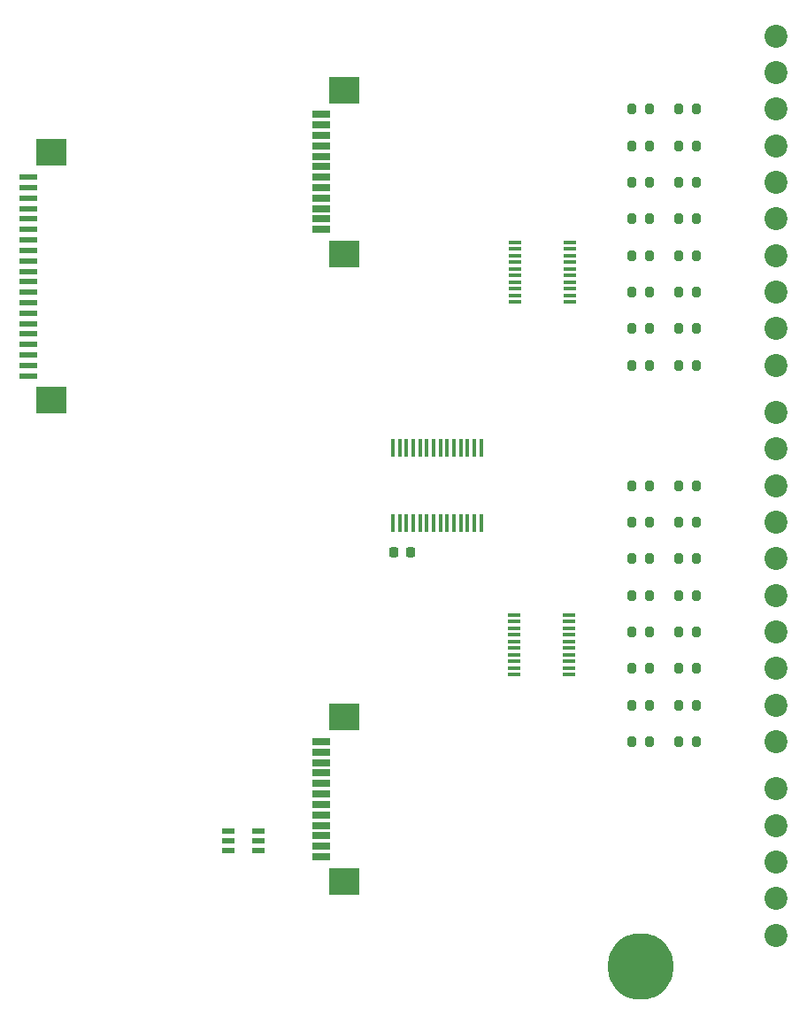
<source format=gbr>
%TF.GenerationSoftware,KiCad,Pcbnew,9.0.2*%
%TF.CreationDate,2025-06-28T19:08:47+03:00*%
%TF.ProjectId,PMCNV-DI16sink,504d434e-562d-4444-9931-3673696e6b2e,rev?*%
%TF.SameCoordinates,Original*%
%TF.FileFunction,Soldermask,Top*%
%TF.FilePolarity,Negative*%
%FSLAX46Y46*%
G04 Gerber Fmt 4.6, Leading zero omitted, Abs format (unit mm)*
G04 Created by KiCad (PCBNEW 9.0.2) date 2025-06-28 19:08:47*
%MOMM*%
%LPD*%
G01*
G04 APERTURE LIST*
G04 Aperture macros list*
%AMRoundRect*
0 Rectangle with rounded corners*
0 $1 Rounding radius*
0 $2 $3 $4 $5 $6 $7 $8 $9 X,Y pos of 4 corners*
0 Add a 4 corners polygon primitive as box body*
4,1,4,$2,$3,$4,$5,$6,$7,$8,$9,$2,$3,0*
0 Add four circle primitives for the rounded corners*
1,1,$1+$1,$2,$3*
1,1,$1+$1,$4,$5*
1,1,$1+$1,$6,$7*
1,1,$1+$1,$8,$9*
0 Add four rect primitives between the rounded corners*
20,1,$1+$1,$2,$3,$4,$5,0*
20,1,$1+$1,$4,$5,$6,$7,0*
20,1,$1+$1,$6,$7,$8,$9,0*
20,1,$1+$1,$8,$9,$2,$3,0*%
G04 Aperture macros list end*
%ADD10R,3.000000X2.600000*%
%ADD11R,1.800000X0.600000*%
%ADD12RoundRect,0.200000X-0.200000X-0.275000X0.200000X-0.275000X0.200000X0.275000X-0.200000X0.275000X0*%
%ADD13R,1.181100X0.558800*%
%ADD14R,1.200000X0.400000*%
%ADD15RoundRect,0.225000X0.225000X0.250000X-0.225000X0.250000X-0.225000X-0.250000X0.225000X-0.250000X0*%
%ADD16R,0.431800X1.655601*%
%ADD17R,1.803400X0.635000*%
%ADD18R,2.997200X2.590800*%
%ADD19C,2.200000*%
%ADD20O,6.350000X6.350000*%
G04 APERTURE END LIST*
D10*
%TO.C,JM1*%
X-34375000Y31850000D03*
X-34375000Y8150000D03*
D11*
X-36546000Y29500000D03*
X-36546000Y28500000D03*
X-36546000Y27500000D03*
X-36546000Y26500000D03*
X-36546000Y25500000D03*
X-36546000Y24500000D03*
X-36546000Y23500000D03*
X-36546000Y22500000D03*
X-36546000Y21500000D03*
X-36546000Y20500000D03*
X-36546000Y19500000D03*
X-36546000Y18500000D03*
X-36546000Y17500000D03*
X-36546000Y16500000D03*
X-36546000Y15500000D03*
X-36546000Y14500000D03*
X-36546000Y13500000D03*
X-36546000Y12500000D03*
X-36546000Y11500000D03*
X-36546000Y10500000D03*
%TD*%
D12*
%TO.C,R31*%
X25675000Y-21000000D03*
X27325000Y-21000000D03*
%TD*%
D13*
%TO.C,U4*%
X-17466850Y-33049999D03*
X-17466850Y-34000000D03*
X-17466850Y-34950001D03*
X-14533150Y-34950001D03*
X-14533150Y-34000000D03*
X-14533150Y-33049999D03*
%TD*%
D12*
%TO.C,R16*%
X25675000Y11500000D03*
X27325000Y11500000D03*
%TD*%
%TO.C,R13*%
X21175000Y15000000D03*
X22825000Y15000000D03*
%TD*%
%TO.C,R18*%
X21175000Y-3500000D03*
X22825000Y-3500000D03*
%TD*%
%TO.C,R28*%
X25675000Y-10500000D03*
X27325000Y-10500000D03*
%TD*%
D14*
%TO.C,U5*%
X15200000Y17550000D03*
X15200000Y18185000D03*
X15200000Y18820000D03*
X15200000Y19455000D03*
X15200000Y20090000D03*
X15200000Y20725000D03*
X15200000Y21360000D03*
X15200000Y21995000D03*
X15200000Y22630000D03*
X15200000Y23265000D03*
X10000000Y23265000D03*
X10000000Y22630000D03*
X10000000Y21995000D03*
X10000000Y21360000D03*
X10000000Y20725000D03*
X10000000Y20090000D03*
X10000000Y19455000D03*
X10000000Y18820000D03*
X10000000Y18185000D03*
X10000000Y17550000D03*
%TD*%
D12*
%TO.C,R4*%
X25675000Y32500000D03*
X27325000Y32500000D03*
%TD*%
%TO.C,R24*%
X21175000Y-24500000D03*
X22825000Y-24500000D03*
%TD*%
%TO.C,R23*%
X21175000Y-21000000D03*
X22825000Y-21000000D03*
%TD*%
%TO.C,R11*%
X21175000Y18500000D03*
X22825000Y18500000D03*
%TD*%
%TO.C,R2*%
X25675000Y36000000D03*
X27325000Y36000000D03*
%TD*%
D15*
%TO.C,C1*%
X-20000Y-6350000D03*
X-1570000Y-6350000D03*
%TD*%
D12*
%TO.C,R20*%
X21175000Y-10500000D03*
X22825000Y-10500000D03*
%TD*%
D16*
%TO.C,U1*%
X6745000Y3627801D03*
X6094999Y3627801D03*
X5445000Y3627801D03*
X4794999Y3627801D03*
X4145001Y3627801D03*
X3494999Y3627801D03*
X2845001Y3627801D03*
X2195002Y3627801D03*
X1545001Y3627801D03*
X895002Y3627801D03*
X245001Y3627801D03*
X-404998Y3627801D03*
X-1054999Y3627801D03*
X-1704998Y3627801D03*
X-1705000Y-3627801D03*
X-1054999Y-3627801D03*
X-405000Y-3627801D03*
X245001Y-3627801D03*
X894999Y-3627801D03*
X1545001Y-3627801D03*
X2194999Y-3627801D03*
X2845001Y-3627801D03*
X3494999Y-3627801D03*
X4145001Y-3627801D03*
X4794999Y-3627801D03*
X5445000Y-3627801D03*
X6094999Y-3627801D03*
X6745000Y-3627801D03*
%TD*%
D12*
%TO.C,R5*%
X21175000Y29000000D03*
X22825000Y29000000D03*
%TD*%
D17*
%TO.C,J12*%
X-8556000Y24500008D03*
X-8556000Y25500006D03*
X-8556000Y26500004D03*
X-8556000Y27500002D03*
X-8556000Y28500000D03*
X-8556000Y29500000D03*
X-8556000Y30500000D03*
X-8556000Y31500000D03*
X-8556000Y32499998D03*
X-8556000Y33499996D03*
X-8556000Y34499994D03*
X-8556000Y35499992D03*
D18*
X-6385999Y22149997D03*
X-6385999Y37850003D03*
%TD*%
D12*
%TO.C,R3*%
X21175000Y32500000D03*
X22825000Y32500000D03*
%TD*%
D19*
%TO.C,J6*%
X35000000Y-43000000D03*
X35000000Y-39500000D03*
X35000000Y-36000000D03*
X35000000Y-32500000D03*
X35000000Y-29000000D03*
%TD*%
D12*
%TO.C,R26*%
X25675000Y-3500000D03*
X27325000Y-3500000D03*
%TD*%
%TO.C,R7*%
X21175000Y25500000D03*
X22825000Y25500000D03*
%TD*%
%TO.C,R17*%
X21175000Y0D03*
X22825000Y0D03*
%TD*%
%TO.C,R32*%
X25675000Y-24500000D03*
X27325000Y-24500000D03*
%TD*%
%TO.C,R8*%
X25675000Y25500000D03*
X27325000Y25500000D03*
%TD*%
%TO.C,R30*%
X25675000Y-17500000D03*
X27325000Y-17500000D03*
%TD*%
%TO.C,R6*%
X25675000Y29000000D03*
X27325000Y29000000D03*
%TD*%
%TO.C,R1*%
X21175000Y36000000D03*
X22825000Y36000000D03*
%TD*%
%TO.C,R22*%
X21175000Y-17500000D03*
X22825000Y-17500000D03*
%TD*%
D17*
%TO.C,J2*%
X-8556000Y-35499992D03*
X-8556000Y-34499994D03*
X-8556000Y-33499996D03*
X-8556000Y-32499998D03*
X-8556000Y-31500000D03*
X-8556000Y-30500000D03*
X-8556000Y-29500000D03*
X-8556000Y-28500000D03*
X-8556000Y-27500002D03*
X-8556000Y-26500004D03*
X-8556000Y-25500006D03*
X-8556000Y-24500008D03*
D18*
X-6385999Y-37850003D03*
X-6385999Y-22149997D03*
%TD*%
D12*
%TO.C,R10*%
X25675000Y22000000D03*
X27325000Y22000000D03*
%TD*%
%TO.C,R14*%
X25675000Y15000000D03*
X27325000Y15000000D03*
%TD*%
D14*
%TO.C,U3*%
X15140000Y-18097500D03*
X15140000Y-17462500D03*
X15140000Y-16827500D03*
X15140000Y-16192500D03*
X15140000Y-15557500D03*
X15140000Y-14922500D03*
X15140000Y-14287500D03*
X15140000Y-13652500D03*
X15140000Y-13017500D03*
X15140000Y-12382500D03*
X9940000Y-12382500D03*
X9940000Y-13017500D03*
X9940000Y-13652500D03*
X9940000Y-14287500D03*
X9940000Y-14922500D03*
X9940000Y-15557500D03*
X9940000Y-16192500D03*
X9940000Y-16827500D03*
X9940000Y-17462500D03*
X9940000Y-18097500D03*
%TD*%
D12*
%TO.C,R12*%
X25675000Y18500000D03*
X27325000Y18500000D03*
%TD*%
%TO.C,R9*%
X21175000Y22000000D03*
X22825000Y22000000D03*
%TD*%
%TO.C,R19*%
X21175000Y-7000000D03*
X22825000Y-7000000D03*
%TD*%
D19*
%TO.C,J4*%
X35000000Y-24500000D03*
X35000000Y-21000000D03*
X35000000Y-17500000D03*
X35000000Y-14000000D03*
X35000000Y-10500000D03*
X35000000Y-7000000D03*
X35000000Y-3500000D03*
X35000000Y0D03*
X35000000Y3500000D03*
X35000000Y7000000D03*
%TD*%
D12*
%TO.C,R27*%
X25675000Y-7000000D03*
X27325000Y-7000000D03*
%TD*%
%TO.C,R25*%
X25675000Y0D03*
X27325000Y0D03*
%TD*%
%TO.C,R21*%
X21175000Y-14000000D03*
X22825000Y-14000000D03*
%TD*%
D20*
%TO.C,PE1*%
X22000000Y-46000000D03*
%TD*%
D19*
%TO.C,J3*%
X35000000Y11500000D03*
X35000000Y15000000D03*
X35000000Y18500000D03*
X35000000Y22000000D03*
X35000000Y25500000D03*
X35000000Y29000000D03*
X35000000Y32500000D03*
X35000000Y36000000D03*
X35000000Y39500000D03*
X35000000Y43000000D03*
%TD*%
D12*
%TO.C,R29*%
X25675000Y-14000000D03*
X27325000Y-14000000D03*
%TD*%
%TO.C,R15*%
X21175000Y11500000D03*
X22825000Y11500000D03*
%TD*%
M02*

</source>
